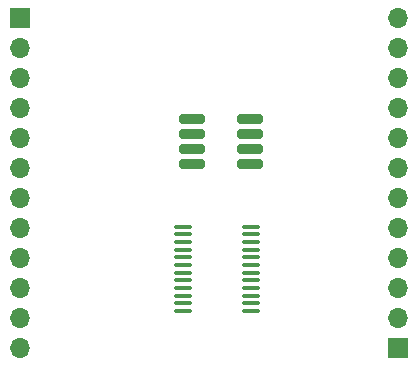
<source format=gts>
G04 #@! TF.GenerationSoftware,KiCad,Pcbnew,7.0.7*
G04 #@! TF.CreationDate,2023-09-07T14:52:05+08:00*
G04 #@! TF.ProjectId,rs485,72733438-352e-46b6-9963-61645f706362,rev?*
G04 #@! TF.SameCoordinates,Original*
G04 #@! TF.FileFunction,Soldermask,Top*
G04 #@! TF.FilePolarity,Negative*
%FSLAX46Y46*%
G04 Gerber Fmt 4.6, Leading zero omitted, Abs format (unit mm)*
G04 Created by KiCad (PCBNEW 7.0.7) date 2023-09-07 14:52:05*
%MOMM*%
%LPD*%
G01*
G04 APERTURE LIST*
G04 Aperture macros list*
%AMRoundRect*
0 Rectangle with rounded corners*
0 $1 Rounding radius*
0 $2 $3 $4 $5 $6 $7 $8 $9 X,Y pos of 4 corners*
0 Add a 4 corners polygon primitive as box body*
4,1,4,$2,$3,$4,$5,$6,$7,$8,$9,$2,$3,0*
0 Add four circle primitives for the rounded corners*
1,1,$1+$1,$2,$3*
1,1,$1+$1,$4,$5*
1,1,$1+$1,$6,$7*
1,1,$1+$1,$8,$9*
0 Add four rect primitives between the rounded corners*
20,1,$1+$1,$2,$3,$4,$5,0*
20,1,$1+$1,$4,$5,$6,$7,0*
20,1,$1+$1,$6,$7,$8,$9,0*
20,1,$1+$1,$8,$9,$2,$3,0*%
G04 Aperture macros list end*
%ADD10R,1.700000X1.700000*%
%ADD11O,1.700000X1.700000*%
%ADD12RoundRect,0.100000X0.637500X0.100000X-0.637500X0.100000X-0.637500X-0.100000X0.637500X-0.100000X0*%
%ADD13RoundRect,0.141900X-0.945100X-0.245100X0.945100X-0.245100X0.945100X0.245100X-0.945100X0.245100X0*%
G04 APERTURE END LIST*
D10*
X133604000Y-97277000D03*
D11*
X133604000Y-99817000D03*
X133604000Y-102357000D03*
X133604000Y-104897000D03*
X133604000Y-107437000D03*
X133604000Y-109977000D03*
X133604000Y-112517000D03*
X133604000Y-115057000D03*
X133604000Y-117597000D03*
X133604000Y-120137000D03*
X133604000Y-122677000D03*
X133604000Y-125217000D03*
D12*
X153162000Y-122070000D03*
X153162000Y-121420000D03*
X153162000Y-120770000D03*
X153162000Y-120120000D03*
X153162000Y-119470000D03*
X153162000Y-118820000D03*
X153162000Y-118170000D03*
X153162000Y-117520000D03*
X153162000Y-116870000D03*
X153162000Y-116220000D03*
X153162000Y-115570000D03*
X153162000Y-114920000D03*
X147437000Y-114920000D03*
X147437000Y-115570000D03*
X147437000Y-116220000D03*
X147437000Y-116870000D03*
X147437000Y-117520000D03*
X147437000Y-118170000D03*
X147437000Y-118820000D03*
X147437000Y-119470000D03*
X147437000Y-120120000D03*
X147437000Y-120770000D03*
X147437000Y-121420000D03*
X147437000Y-122070000D03*
D10*
X165608000Y-125222000D03*
D11*
X165608000Y-122682000D03*
X165608000Y-120142000D03*
X165608000Y-117602000D03*
X165608000Y-115062000D03*
X165608000Y-112522000D03*
X165608000Y-109982000D03*
X165608000Y-107442000D03*
X165608000Y-104902000D03*
X165608000Y-102362000D03*
X165608000Y-99822000D03*
X165608000Y-97282000D03*
D13*
X148147000Y-105791000D03*
X148147000Y-107061000D03*
X148147000Y-108331000D03*
X148147000Y-109601000D03*
X153097000Y-109601000D03*
X153097000Y-108331000D03*
X153097000Y-107061000D03*
X153097000Y-105791000D03*
M02*

</source>
